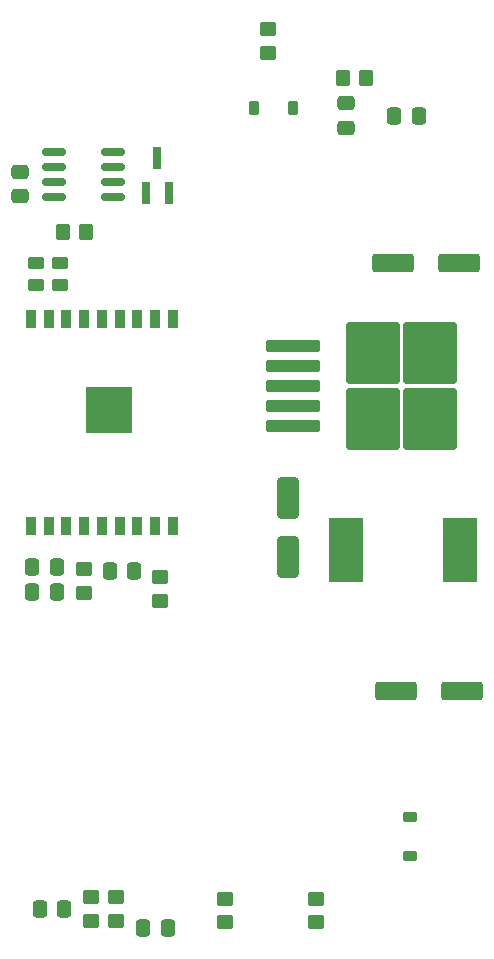
<source format=gbr>
%TF.GenerationSoftware,KiCad,Pcbnew,7.0.2-6a45011f42~172~ubuntu22.10.1*%
%TF.CreationDate,2023-04-24T11:56:10+02:00*%
%TF.ProjectId,vscp-din-esp32-can-z102,76736370-2d64-4696-9e2d-65737033322d,B*%
%TF.SameCoordinates,Original*%
%TF.FileFunction,Paste,Top*%
%TF.FilePolarity,Positive*%
%FSLAX46Y46*%
G04 Gerber Fmt 4.6, Leading zero omitted, Abs format (unit mm)*
G04 Created by KiCad (PCBNEW 7.0.2-6a45011f42~172~ubuntu22.10.1) date 2023-04-24 11:56:10*
%MOMM*%
%LPD*%
G01*
G04 APERTURE LIST*
G04 Aperture macros list*
%AMRoundRect*
0 Rectangle with rounded corners*
0 $1 Rounding radius*
0 $2 $3 $4 $5 $6 $7 $8 $9 X,Y pos of 4 corners*
0 Add a 4 corners polygon primitive as box body*
4,1,4,$2,$3,$4,$5,$6,$7,$8,$9,$2,$3,0*
0 Add four circle primitives for the rounded corners*
1,1,$1+$1,$2,$3*
1,1,$1+$1,$4,$5*
1,1,$1+$1,$6,$7*
1,1,$1+$1,$8,$9*
0 Add four rect primitives between the rounded corners*
20,1,$1+$1,$2,$3,$4,$5,0*
20,1,$1+$1,$4,$5,$6,$7,0*
20,1,$1+$1,$6,$7,$8,$9,0*
20,1,$1+$1,$8,$9,$2,$3,0*%
G04 Aperture macros list end*
%ADD10RoundRect,0.225000X-0.375000X0.225000X-0.375000X-0.225000X0.375000X-0.225000X0.375000X0.225000X0*%
%ADD11R,0.800000X1.900000*%
%ADD12RoundRect,0.250000X-0.450000X0.262500X-0.450000X-0.262500X0.450000X-0.262500X0.450000X0.262500X0*%
%ADD13RoundRect,0.250000X0.450000X-0.262500X0.450000X0.262500X-0.450000X0.262500X-0.450000X-0.262500X0*%
%ADD14RoundRect,0.250000X-1.500000X-0.550000X1.500000X-0.550000X1.500000X0.550000X-1.500000X0.550000X0*%
%ADD15RoundRect,0.250000X0.450000X-0.350000X0.450000X0.350000X-0.450000X0.350000X-0.450000X-0.350000X0*%
%ADD16RoundRect,0.250000X-0.337500X-0.475000X0.337500X-0.475000X0.337500X0.475000X-0.337500X0.475000X0*%
%ADD17RoundRect,0.250000X-2.050000X-0.300000X2.050000X-0.300000X2.050000X0.300000X-2.050000X0.300000X0*%
%ADD18RoundRect,0.250000X-2.025000X-2.375000X2.025000X-2.375000X2.025000X2.375000X-2.025000X2.375000X0*%
%ADD19RoundRect,0.250000X0.475000X-0.337500X0.475000X0.337500X-0.475000X0.337500X-0.475000X-0.337500X0*%
%ADD20RoundRect,0.250000X-0.450000X0.350000X-0.450000X-0.350000X0.450000X-0.350000X0.450000X0.350000X0*%
%ADD21RoundRect,0.250000X0.337500X0.475000X-0.337500X0.475000X-0.337500X-0.475000X0.337500X-0.475000X0*%
%ADD22R,0.900000X1.500000*%
%ADD23R,4.000000X4.000000*%
%ADD24RoundRect,0.250000X-0.350000X-0.450000X0.350000X-0.450000X0.350000X0.450000X-0.350000X0.450000X0*%
%ADD25RoundRect,0.150000X-0.825000X-0.150000X0.825000X-0.150000X0.825000X0.150000X-0.825000X0.150000X0*%
%ADD26RoundRect,0.250000X0.650000X-1.500000X0.650000X1.500000X-0.650000X1.500000X-0.650000X-1.500000X0*%
%ADD27R,2.900000X5.400000*%
%ADD28RoundRect,0.250000X0.350000X0.450000X-0.350000X0.450000X-0.350000X-0.450000X0.350000X-0.450000X0*%
%ADD29RoundRect,0.225000X0.225000X0.375000X-0.225000X0.375000X-0.225000X-0.375000X0.225000X-0.375000X0*%
G04 APERTURE END LIST*
D10*
%TO.C,D4*%
X159820000Y-135362500D03*
X159820000Y-138662500D03*
%TD*%
D11*
%TO.C,D3*%
X137500000Y-82550000D03*
X139400000Y-82550000D03*
X138450000Y-79550000D03*
%TD*%
D12*
%TO.C,R7*%
X130200000Y-88487500D03*
X130200000Y-90312500D03*
%TD*%
D13*
%TO.C,R11*%
X128150000Y-90312500D03*
X128150000Y-88487500D03*
%TD*%
D14*
%TO.C,C10*%
X158650000Y-124750000D03*
X164250000Y-124750000D03*
%TD*%
D15*
%TO.C,R9*%
X151900000Y-144312500D03*
X151900000Y-142312500D03*
%TD*%
D14*
%TO.C,C8*%
X158400000Y-88450000D03*
X164000000Y-88450000D03*
%TD*%
D16*
%TO.C,C5*%
X137262500Y-144750000D03*
X139337500Y-144750000D03*
%TD*%
%TO.C,C2*%
X127862500Y-116350000D03*
X129937500Y-116350000D03*
%TD*%
D17*
%TO.C,U2*%
X149950000Y-95500000D03*
X149950000Y-97200000D03*
X149950000Y-98900000D03*
D18*
X156675000Y-96125000D03*
X156675000Y-101675000D03*
X161525000Y-96125000D03*
X161525000Y-101675000D03*
D17*
X149950000Y-100600000D03*
X149950000Y-102300000D03*
%TD*%
D19*
%TO.C,C6*%
X154400000Y-77037500D03*
X154400000Y-74962500D03*
%TD*%
D20*
%TO.C,R1*%
X132850000Y-142200000D03*
X132850000Y-144200000D03*
%TD*%
D16*
%TO.C,C3*%
X134412500Y-114550000D03*
X136487500Y-114550000D03*
%TD*%
D15*
%TO.C,R3*%
X132250000Y-116400000D03*
X132250000Y-114400000D03*
%TD*%
D21*
%TO.C,C7*%
X160587500Y-76050000D03*
X158512500Y-76050000D03*
%TD*%
D22*
%TO.C,U1*%
X127750000Y-110750000D03*
X129250000Y-110750000D03*
X130750000Y-110750000D03*
X132250000Y-110750000D03*
X133750000Y-110750000D03*
X135250000Y-110750000D03*
X136750000Y-110750000D03*
X138250000Y-110750000D03*
X139750000Y-110750000D03*
X139750000Y-93250000D03*
X138250000Y-93250000D03*
X136750000Y-93250000D03*
X135250000Y-93250000D03*
X133750000Y-93250000D03*
X132250000Y-93250000D03*
X130750000Y-93250000D03*
X129250000Y-93250000D03*
X127750000Y-93250000D03*
D23*
X134360000Y-100900000D03*
%TD*%
D16*
%TO.C,C1*%
X127862500Y-114250000D03*
X129937500Y-114250000D03*
%TD*%
D24*
%TO.C,R5*%
X130450000Y-85850000D03*
X132450000Y-85850000D03*
%TD*%
D15*
%TO.C,R4*%
X144200000Y-144300000D03*
X144200000Y-142300000D03*
%TD*%
D25*
%TO.C,U3*%
X129725000Y-79095000D03*
X129725000Y-80365000D03*
X129725000Y-81635000D03*
X129725000Y-82905000D03*
X134675000Y-82905000D03*
X134675000Y-81635000D03*
X134675000Y-80365000D03*
X134675000Y-79095000D03*
%TD*%
D26*
%TO.C,D2*%
X149550000Y-113400000D03*
X149550000Y-108400000D03*
%TD*%
D20*
%TO.C,R8*%
X147800000Y-68700000D03*
X147800000Y-70700000D03*
%TD*%
D27*
%TO.C,L1*%
X154400000Y-112800000D03*
X164100000Y-112800000D03*
%TD*%
D15*
%TO.C,R6*%
X138700000Y-117100000D03*
X138700000Y-115100000D03*
%TD*%
D19*
%TO.C,C9*%
X126850000Y-82837500D03*
X126850000Y-80762500D03*
%TD*%
D28*
%TO.C,R10*%
X156150000Y-72850000D03*
X154150000Y-72850000D03*
%TD*%
D20*
%TO.C,R2*%
X134950000Y-142200000D03*
X134950000Y-144200000D03*
%TD*%
D21*
%TO.C,C4*%
X130587500Y-143150000D03*
X128512500Y-143150000D03*
%TD*%
D29*
%TO.C,D1*%
X149950000Y-75400000D03*
X146650000Y-75400000D03*
%TD*%
M02*

</source>
